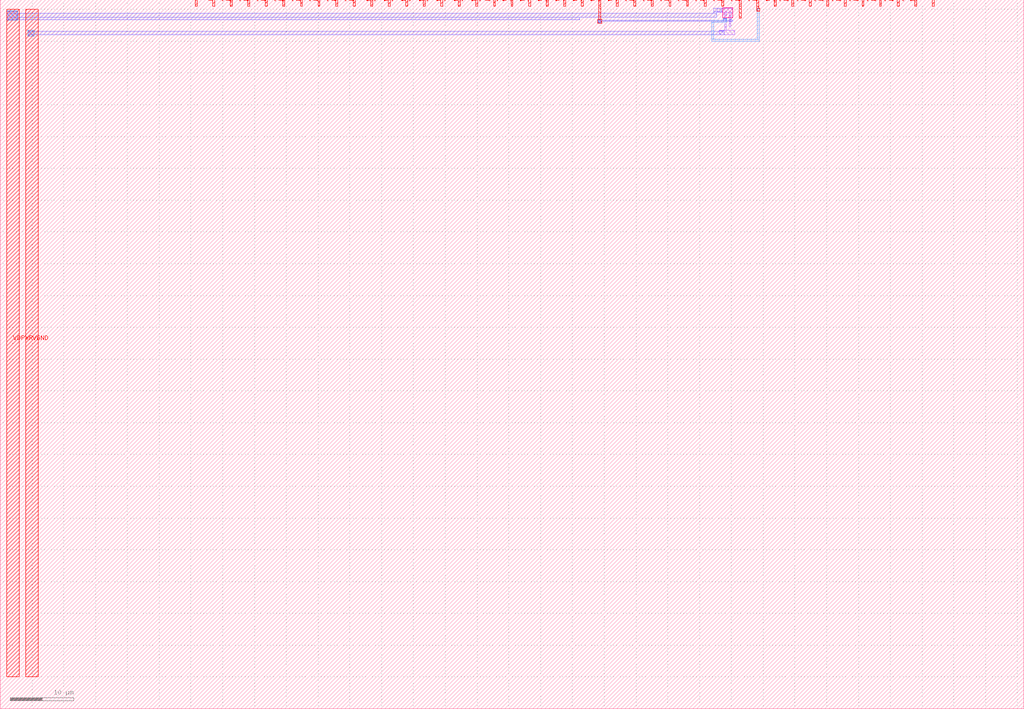
<source format=lef>
VERSION 5.7 ;
  NOWIREEXTENSIONATPIN ON ;
  DIVIDERCHAR "/" ;
  BUSBITCHARS "[]" ;
MACRO tt_um_awenneb_sram
  CLASS BLOCK ;
  FOREIGN tt_um_awenneb_sram ;
  ORIGIN 0.000 0.000 ;
  SIZE 161.000 BY 111.520 ;
  PIN clk
    DIRECTION INPUT ;
    USE SIGNAL ;
    PORT
      LAYER met4 ;
        RECT 143.830 110.520 144.130 111.520 ;
    END
  END clk
  PIN ena
    DIRECTION INPUT ;
    USE SIGNAL ;
    PORT
      LAYER met4 ;
        RECT 146.590 110.520 146.890 111.520 ;
    END
  END ena
  PIN rst_n
    DIRECTION INPUT ;
    USE SIGNAL ;
    PORT
      LAYER met4 ;
        RECT 141.070 110.520 141.370 111.520 ;
    END
  END rst_n
  PIN ui_in[0]
    DIRECTION INPUT ;
    USE SIGNAL ;
    PORT
      LAYER met4 ;
        RECT 138.310 110.520 138.610 111.520 ;
    END
  END ui_in[0]
  PIN ui_in[1]
    DIRECTION INPUT ;
    USE SIGNAL ;
    PORT
      LAYER met4 ;
        RECT 135.550 110.520 135.850 111.520 ;
    END
  END ui_in[1]
  PIN ui_in[2]
    DIRECTION INPUT ;
    USE SIGNAL ;
    PORT
      LAYER met4 ;
        RECT 132.790 110.520 133.090 111.520 ;
    END
  END ui_in[2]
  PIN ui_in[3]
    DIRECTION INPUT ;
    USE SIGNAL ;
    PORT
      LAYER met4 ;
        RECT 130.030 110.520 130.330 111.520 ;
    END
  END ui_in[3]
  PIN ui_in[4]
    DIRECTION INPUT ;
    USE SIGNAL ;
    PORT
      LAYER met4 ;
        RECT 127.270 110.520 127.570 111.520 ;
    END
  END ui_in[4]
  PIN ui_in[5]
    DIRECTION INPUT ;
    USE SIGNAL ;
    PORT
      LAYER met4 ;
        RECT 124.510 110.520 124.810 111.520 ;
    END
  END ui_in[5]
  PIN ui_in[6]
    DIRECTION INPUT ;
    USE SIGNAL ;
    PORT
      LAYER met4 ;
        RECT 121.750 110.520 122.050 111.520 ;
    END
  END ui_in[6]
  PIN ui_in[7]
    DIRECTION INPUT ;
    USE SIGNAL ;
    ANTENNAGATEAREA 0.273000 ;
    ANTENNADIFFAREA 0.418400 ;
    PORT
      LAYER met4 ;
        RECT 118.990 110.520 119.290 111.520 ;
    END
  END ui_in[7]
  PIN uio_in[0]
    DIRECTION INPUT ;
    USE SIGNAL ;
    PORT
      LAYER met4 ;
        RECT 116.230 110.520 116.530 111.520 ;
    END
  END uio_in[0]
  PIN uio_in[1]
    DIRECTION INPUT ;
    USE SIGNAL ;
    PORT
      LAYER met4 ;
        RECT 113.470 110.520 113.770 111.520 ;
    END
  END uio_in[1]
  PIN uio_in[2]
    DIRECTION INPUT ;
    USE SIGNAL ;
    PORT
      LAYER met4 ;
        RECT 110.710 110.520 111.010 111.520 ;
    END
  END uio_in[2]
  PIN uio_in[3]
    DIRECTION INPUT ;
    USE SIGNAL ;
    PORT
      LAYER met4 ;
        RECT 107.950 110.520 108.250 111.520 ;
    END
  END uio_in[3]
  PIN uio_in[4]
    DIRECTION INPUT ;
    USE SIGNAL ;
    PORT
      LAYER met4 ;
        RECT 105.190 110.520 105.490 111.520 ;
    END
  END uio_in[4]
  PIN uio_in[5]
    DIRECTION INPUT ;
    USE SIGNAL ;
    PORT
      LAYER met4 ;
        RECT 102.430 110.520 102.730 111.520 ;
    END
  END uio_in[5]
  PIN uio_in[6]
    DIRECTION INPUT ;
    USE SIGNAL ;
    PORT
      LAYER met4 ;
        RECT 99.670 110.520 99.970 111.520 ;
    END
  END uio_in[6]
  PIN uio_in[7]
    DIRECTION INPUT ;
    USE SIGNAL ;
    PORT
      LAYER met4 ;
        RECT 96.910 110.520 97.210 111.520 ;
    END
  END uio_in[7]
  PIN uio_oe[0]
    DIRECTION OUTPUT ;
    USE SIGNAL ;
    PORT
      LAYER met4 ;
        RECT 49.990 110.520 50.290 111.520 ;
    END
  END uio_oe[0]
  PIN uio_oe[1]
    DIRECTION OUTPUT ;
    USE SIGNAL ;
    PORT
      LAYER met4 ;
        RECT 47.230 110.520 47.530 111.520 ;
    END
  END uio_oe[1]
  PIN uio_oe[2]
    DIRECTION OUTPUT ;
    USE SIGNAL ;
    PORT
      LAYER met4 ;
        RECT 44.470 110.520 44.770 111.520 ;
    END
  END uio_oe[2]
  PIN uio_oe[3]
    DIRECTION OUTPUT ;
    USE SIGNAL ;
    PORT
      LAYER met4 ;
        RECT 41.710 110.520 42.010 111.520 ;
    END
  END uio_oe[3]
  PIN uio_oe[4]
    DIRECTION OUTPUT ;
    USE SIGNAL ;
    PORT
      LAYER met4 ;
        RECT 38.950 110.520 39.250 111.520 ;
    END
  END uio_oe[4]
  PIN uio_oe[5]
    DIRECTION OUTPUT ;
    USE SIGNAL ;
    PORT
      LAYER met4 ;
        RECT 36.190 110.520 36.490 111.520 ;
    END
  END uio_oe[5]
  PIN uio_oe[6]
    DIRECTION OUTPUT ;
    USE SIGNAL ;
    PORT
      LAYER met4 ;
        RECT 33.430 110.520 33.730 111.520 ;
    END
  END uio_oe[6]
  PIN uio_oe[7]
    DIRECTION OUTPUT ;
    USE SIGNAL ;
    PORT
      LAYER met4 ;
        RECT 30.670 110.520 30.970 111.520 ;
    END
  END uio_oe[7]
  PIN uio_out[0]
    DIRECTION OUTPUT ;
    USE SIGNAL ;
    PORT
      LAYER met4 ;
        RECT 72.070 110.520 72.370 111.520 ;
    END
  END uio_out[0]
  PIN uio_out[1]
    DIRECTION OUTPUT ;
    USE SIGNAL ;
    PORT
      LAYER met4 ;
        RECT 69.310 110.520 69.610 111.520 ;
    END
  END uio_out[1]
  PIN uio_out[2]
    DIRECTION OUTPUT ;
    USE SIGNAL ;
    PORT
      LAYER met4 ;
        RECT 66.550 110.520 66.850 111.520 ;
    END
  END uio_out[2]
  PIN uio_out[3]
    DIRECTION OUTPUT ;
    USE SIGNAL ;
    PORT
      LAYER met4 ;
        RECT 63.790 110.520 64.090 111.520 ;
    END
  END uio_out[3]
  PIN uio_out[4]
    DIRECTION OUTPUT ;
    USE SIGNAL ;
    PORT
      LAYER met4 ;
        RECT 61.030 110.520 61.330 111.520 ;
    END
  END uio_out[4]
  PIN uio_out[5]
    DIRECTION OUTPUT ;
    USE SIGNAL ;
    PORT
      LAYER met4 ;
        RECT 58.270 110.520 58.570 111.520 ;
    END
  END uio_out[5]
  PIN uio_out[6]
    DIRECTION OUTPUT ;
    USE SIGNAL ;
    PORT
      LAYER met4 ;
        RECT 55.510 110.520 55.810 111.520 ;
    END
  END uio_out[6]
  PIN uio_out[7]
    DIRECTION OUTPUT ;
    USE SIGNAL ;
    PORT
      LAYER met4 ;
        RECT 52.750 110.520 53.050 111.520 ;
    END
  END uio_out[7]
  PIN uo_out[0]
    DIRECTION OUTPUT ;
    USE SIGNAL ;
    ANTENNAGATEAREA 0.273000 ;
    ANTENNADIFFAREA 0.418400 ;
    PORT
      LAYER met4 ;
        RECT 94.150 110.520 94.450 111.520 ;
    END
  END uo_out[0]
  PIN uo_out[1]
    DIRECTION OUTPUT ;
    USE SIGNAL ;
    PORT
      LAYER met4 ;
        RECT 91.390 110.520 91.690 111.520 ;
    END
  END uo_out[1]
  PIN uo_out[2]
    DIRECTION OUTPUT ;
    USE SIGNAL ;
    PORT
      LAYER met4 ;
        RECT 88.630 110.520 88.930 111.520 ;
    END
  END uo_out[2]
  PIN uo_out[3]
    DIRECTION OUTPUT ;
    USE SIGNAL ;
    PORT
      LAYER met4 ;
        RECT 85.870 110.520 86.170 111.520 ;
    END
  END uo_out[3]
  PIN uo_out[4]
    DIRECTION OUTPUT ;
    USE SIGNAL ;
    PORT
      LAYER met4 ;
        RECT 83.110 110.520 83.410 111.520 ;
    END
  END uo_out[4]
  PIN uo_out[5]
    DIRECTION OUTPUT ;
    USE SIGNAL ;
    PORT
      LAYER met4 ;
        RECT 80.350 110.520 80.650 111.520 ;
    END
  END uo_out[5]
  PIN uo_out[6]
    DIRECTION OUTPUT ;
    USE SIGNAL ;
    PORT
      LAYER met4 ;
        RECT 77.590 110.520 77.890 111.520 ;
    END
  END uo_out[6]
  PIN uo_out[7]
    DIRECTION OUTPUT ;
    USE SIGNAL ;
    PORT
      LAYER met4 ;
        RECT 74.830 110.520 75.130 111.520 ;
    END
  END uo_out[7]
  PIN VDPWR
    DIRECTION INOUT ;
    USE POWER ;
    PORT
      LAYER met4 ;
        RECT 1.000 5.000 3.000 110.000 ;
    END
  END VDPWR
  PIN VGND
    DIRECTION INOUT ;
    USE GROUND ;
    PORT
      LAYER met4 ;
        RECT 4.000 5.000 6.000 110.000 ;
    END
  END VGND
  OBS
      LAYER nwell ;
        RECT 113.640 108.720 115.250 110.260 ;
      LAYER li1 ;
        RECT 112.800 109.560 115.240 110.210 ;
        RECT 112.800 109.550 114.170 109.560 ;
        RECT 113.910 109.280 114.170 109.550 ;
        RECT 113.910 108.910 114.160 109.280 ;
        RECT 114.660 108.880 114.980 109.370 ;
        RECT 113.740 108.130 114.270 108.500 ;
        RECT 113.920 107.290 114.190 107.730 ;
        RECT 113.920 106.700 114.180 107.290 ;
        RECT 114.660 107.280 114.920 108.880 ;
        RECT 113.080 105.980 115.540 106.700 ;
      LAYER met1 ;
        RECT 1.020 109.390 2.670 109.680 ;
        RECT 112.250 109.620 113.480 110.150 ;
        RECT 1.020 109.380 91.150 109.390 ;
        RECT 112.260 109.380 112.710 109.620 ;
        RECT 1.020 108.740 112.710 109.380 ;
        RECT 1.020 108.350 91.150 108.740 ;
        RECT 1.020 108.310 2.670 108.350 ;
        RECT 94.080 108.295 94.420 108.330 ;
        RECT 113.810 108.295 114.190 108.510 ;
        RECT 114.640 108.295 114.950 108.450 ;
        RECT 94.080 108.155 115.195 108.295 ;
        RECT 94.080 108.010 94.420 108.155 ;
        RECT 113.810 108.130 114.190 108.155 ;
        RECT 114.640 108.090 114.950 108.155 ;
        RECT 113.150 106.590 113.910 106.630 ;
        RECT 4.500 105.990 113.910 106.590 ;
      LAYER met2 ;
        RECT 1.020 108.300 2.700 109.680 ;
        RECT 94.030 107.940 94.490 108.380 ;
        RECT 113.790 108.110 114.220 108.530 ;
        RECT 4.300 105.810 5.340 106.730 ;
      LAYER met3 ;
        RECT 0.990 108.320 2.720 109.770 ;
        RECT 119.060 109.740 119.450 110.130 ;
        RECT 93.950 107.850 94.620 108.480 ;
        RECT 113.710 108.315 114.290 108.600 ;
        RECT 111.900 108.015 114.290 108.315 ;
        RECT 4.290 105.790 5.340 106.750 ;
        RECT 111.900 105.310 112.200 108.015 ;
        RECT 113.710 108.010 114.290 108.015 ;
        RECT 119.090 105.310 119.390 109.740 ;
        RECT 111.900 105.010 119.390 105.310 ;
      LAYER met4 ;
        RECT 94.150 108.480 94.450 110.520 ;
        RECT 116.230 108.620 116.530 110.520 ;
        RECT 118.990 110.160 119.290 110.520 ;
        RECT 118.990 109.710 119.500 110.160 ;
        RECT 93.950 107.860 94.600 108.480 ;
  END
END tt_um_awenneb_sram
END LIBRARY


</source>
